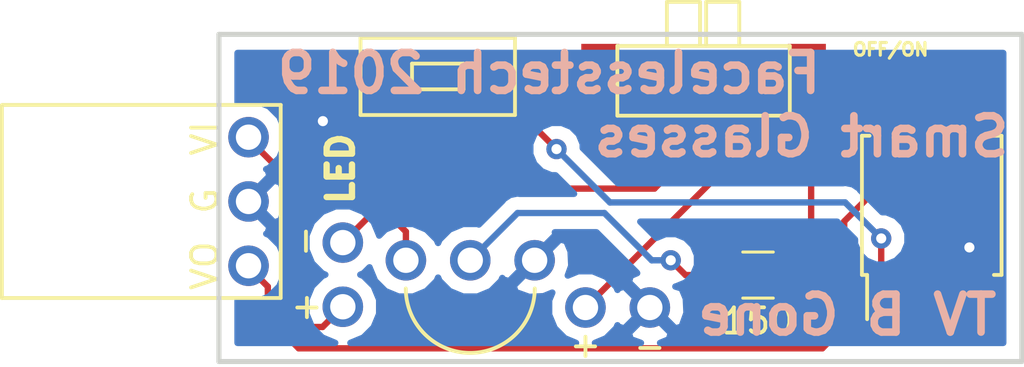
<source format=kicad_pcb>
(kicad_pcb (version 20171130) (host pcbnew 5.0.2+dfsg1-1~bpo9+1)

  (general
    (thickness 1.6)
    (drawings 9)
    (tracks 55)
    (zones 0)
    (modules 8)
    (nets 12)
  )

  (page A4)
  (layers
    (0 F.Cu signal)
    (31 B.Cu signal)
    (32 B.Adhes user)
    (33 F.Adhes user)
    (34 B.Paste user)
    (35 F.Paste user)
    (36 B.SilkS user)
    (37 F.SilkS user)
    (38 B.Mask user)
    (39 F.Mask user)
    (40 Dwgs.User user)
    (41 Cmts.User user)
    (42 Eco1.User user)
    (43 Eco2.User user)
    (44 Edge.Cuts user)
    (45 Margin user)
    (46 B.CrtYd user)
    (47 F.CrtYd user)
    (48 B.Fab user)
    (49 F.Fab user)
  )

  (setup
    (last_trace_width 0.25)
    (trace_clearance 0.2)
    (zone_clearance 0.508)
    (zone_45_only no)
    (trace_min 0.2)
    (segment_width 0.2)
    (edge_width 0.15)
    (via_size 0.8)
    (via_drill 0.4)
    (via_min_size 0.4)
    (via_min_drill 0.3)
    (uvia_size 0.3)
    (uvia_drill 0.1)
    (uvias_allowed no)
    (uvia_min_size 0.2)
    (uvia_min_drill 0.1)
    (pcb_text_width 0.3)
    (pcb_text_size 1.5 1.5)
    (mod_edge_width 0.15)
    (mod_text_size 1 1)
    (mod_text_width 0.15)
    (pad_size 1.524 1.524)
    (pad_drill 0.762)
    (pad_to_mask_clearance 0.051)
    (solder_mask_min_width 0.25)
    (aux_axis_origin 0 0)
    (visible_elements FFFFFF7F)
    (pcbplotparams
      (layerselection 0x010f0_ffffffff)
      (usegerberextensions false)
      (usegerberattributes false)
      (usegerberadvancedattributes false)
      (creategerberjobfile false)
      (excludeedgelayer true)
      (linewidth 0.100000)
      (plotframeref false)
      (viasonmask false)
      (mode 1)
      (useauxorigin false)
      (hpglpennumber 1)
      (hpglpenspeed 20)
      (hpglpendiameter 15.000000)
      (psnegative false)
      (psa4output false)
      (plotreference true)
      (plotvalue true)
      (plotinvisibletext false)
      (padsonsilk false)
      (subtractmaskfromsilk false)
      (outputformat 1)
      (mirror false)
      (drillshape 0)
      (scaleselection 1)
      (outputdirectory "gerbers/"))
  )

  (net 0 "")
  (net 1 "Net-(D1-Pad1)")
  (net 2 "Net-(U1-Pad2)")
  (net 3 "Net-(U1-Pad7)")
  (net 4 "Net-(SW1-Pad2)")
  (net 5 "Net-(SW1-Pad1)")
  (net 6 "Net-(Q1-Pad1)")
  (net 7 "Net-(Q1-Pad2)")
  (net 8 "Net-(D1-Pad2)")
  (net 9 "Net-(SW2-Pad1)")
  (net 10 "Net-(U1-Pad3)")
  (net 11 "Net-(R1-Pad1)")

  (net_class Default "This is the default net class."
    (clearance 0.2)
    (trace_width 0.25)
    (via_dia 0.8)
    (via_drill 0.4)
    (uvia_dia 0.3)
    (uvia_drill 0.1)
    (add_net "Net-(D1-Pad1)")
    (add_net "Net-(D1-Pad2)")
    (add_net "Net-(Q1-Pad1)")
    (add_net "Net-(Q1-Pad2)")
    (add_net "Net-(R1-Pad1)")
    (add_net "Net-(SW1-Pad1)")
    (add_net "Net-(SW1-Pad2)")
    (add_net "Net-(SW2-Pad1)")
    (add_net "Net-(U1-Pad2)")
    (add_net "Net-(U1-Pad3)")
    (add_net "Net-(U1-Pad7)")
  )

  (module Resistor_SMD:R_1206_3216Metric (layer F.Cu) (tedit 5D76769B) (tstamp 5D81E46A)
    (at 131.9306 81.2419 180)
    (descr "Resistor SMD 1206 (3216 Metric), square (rectangular) end terminal, IPC_7351 nominal, (Body size source: http://www.tortai-tech.com/upload/download/2011102023233369053.pdf), generated with kicad-footprint-generator")
    (tags resistor)
    (path /5CBC6652)
    (attr smd)
    (fp_text reference 150 (at 0 -1.82 180) (layer F.SilkS)
      (effects (font (size 1 1) (thickness 0.15)))
    )
    (fp_text value R (at 0 1.82 180) (layer F.Fab) hide
      (effects (font (size 1 1) (thickness 0.15)))
    )
    (fp_line (start -1.6 0.8) (end -1.6 -0.8) (layer F.Fab) (width 0.1))
    (fp_line (start -1.6 -0.8) (end 1.6 -0.8) (layer F.Fab) (width 0.1))
    (fp_line (start 1.6 -0.8) (end 1.6 0.8) (layer F.Fab) (width 0.1))
    (fp_line (start 1.6 0.8) (end -1.6 0.8) (layer F.Fab) (width 0.1))
    (fp_line (start -0.602064 -0.91) (end 0.602064 -0.91) (layer F.SilkS) (width 0.12))
    (fp_line (start -0.602064 0.91) (end 0.602064 0.91) (layer F.SilkS) (width 0.12))
    (fp_line (start -2.28 1.12) (end -2.28 -1.12) (layer F.CrtYd) (width 0.05))
    (fp_line (start -2.28 -1.12) (end 2.28 -1.12) (layer F.CrtYd) (width 0.05))
    (fp_line (start 2.28 -1.12) (end 2.28 1.12) (layer F.CrtYd) (width 0.05))
    (fp_line (start 2.28 1.12) (end -2.28 1.12) (layer F.CrtYd) (width 0.05))
    (fp_text user %R (at 0 0 180) (layer F.Fab)
      (effects (font (size 0.8 0.8) (thickness 0.12)))
    )
    (pad 1 smd roundrect (at -1.4 0 180) (size 1.25 1.75) (layers F.Cu F.Paste F.Mask) (roundrect_rratio 0.2)
      (net 11 "Net-(R1-Pad1)"))
    (pad 2 smd roundrect (at 1.4 0 180) (size 1.25 1.75) (layers F.Cu F.Paste F.Mask) (roundrect_rratio 0.2)
      (net 6 "Net-(Q1-Pad1)"))
    (model ${KISYS3DMOD}/Resistor_SMD.3dshapes/R_1206_3216Metric.wrl
      (at (xyz 0 0 0))
      (scale (xyz 1 1 1))
      (rotate (xyz 0 0 0))
    )
  )

  (module buttons_custom:tiny_smd_slide_switch_custom (layer F.Cu) (tedit 5D7676AE) (tstamp 5CC8E0BA)
    (at 132.1308 74.9427 180)
    (path /5C7452BC)
    (fp_text reference SW1 (at 2.4003 -5.08 180) (layer F.SilkS) hide
      (effects (font (size 1 1) (thickness 0.15)))
    )
    (fp_text value SW_DIP_x01 (at 2.2352 -3.2639 180) (layer F.Fab) hide
      (effects (font (size 1 1) (thickness 0.15)))
    )
    (fp_line (start -1.0541 0) (end 5.7531 0) (layer F.SilkS) (width 0.15))
    (fp_line (start 5.7531 0) (end 5.7531 2.7559) (layer F.SilkS) (width 0.15))
    (fp_line (start -1.0541 0) (end -1.0541 2.7559) (layer F.SilkS) (width 0.15))
    (fp_line (start -1.0541 2.7559) (end 5.7531 2.7559) (layer F.SilkS) (width 0.15))
    (fp_line (start 2.4892 2.7686) (end 2.4892 4.4831) (layer F.SilkS) (width 0.15))
    (fp_line (start 2.4892 4.4958) (end 3.7973 4.4958) (layer F.SilkS) (width 0.15))
    (fp_line (start 3.7973 4.4958) (end 3.7973 2.7686) (layer F.SilkS) (width 0.15))
    (fp_line (start 2.2479 2.7559) (end 2.2479 4.4958) (layer F.SilkS) (width 0.15))
    (fp_line (start 2.2479 4.4958) (end 0.9398 4.4958) (layer F.SilkS) (width 0.15))
    (fp_line (start 0.9398 4.4958) (end 0.9398 2.7559) (layer F.SilkS) (width 0.15))
    (pad 1 smd rect (at 0 -1.0033 180) (size 0.8 2) (layers F.Cu F.Paste F.Mask)
      (net 5 "Net-(SW1-Pad1)"))
    (pad 3 smd rect (at 4.7117 -1.0033 180) (size 0.8 2) (layers F.Cu F.Paste F.Mask))
    (pad 2 smd rect (at 3.0099 -1.0033 180) (size 0.8 2) (layers F.Cu F.Paste F.Mask)
      (net 4 "Net-(SW1-Pad2)"))
    (pad 4 smd rect (at 6.4389 0.3302 270) (size 0.8 1.5) (layers F.Cu F.Paste F.Mask))
    (pad 4 smd rect (at 6.4262 2.4384 270) (size 0.8 1.5) (layers F.Cu F.Paste F.Mask))
    (pad 4 smd rect (at -1.7272 0.3175 270) (size 0.8 1.5) (layers F.Cu F.Paste F.Mask))
    (pad 4 smd rect (at -1.7272 2.4384 270) (size 0.8 1.5) (layers F.Cu F.Paste F.Mask))
  )

  (module buttons_custom:SMD_2pin_button_custom (layer F.Cu) (tedit 5D76767A) (tstamp 5CC8E0C8)
    (at 119.2911 73.3933)
    (path /5CBC66E2)
    (fp_text reference SW2 (at 0 2.794) (layer F.SilkS) hide
      (effects (font (size 1 1) (thickness 0.15)))
    )
    (fp_text value SW_Push (at 0 -2.794) (layer F.Fab) hide
      (effects (font (size 1 1) (thickness 0.15)))
    )
    (fp_line (start -3.048 -1.524) (end 3.048 -1.524) (layer F.SilkS) (width 0.15))
    (fp_line (start 3.048 -1.524) (end 3.048 1.524) (layer F.SilkS) (width 0.15))
    (fp_line (start 3.048 1.524) (end -3.048 1.524) (layer F.SilkS) (width 0.15))
    (fp_line (start -3.048 1.524) (end -3.048 -1.524) (layer F.SilkS) (width 0.15))
    (fp_line (start -1.016 -0.508) (end 1.016 -0.508) (layer F.SilkS) (width 0.15))
    (fp_line (start 1.016 -0.508) (end 1.016 0.508) (layer F.SilkS) (width 0.15))
    (fp_line (start 1.016 0.508) (end -1.016 0.508) (layer F.SilkS) (width 0.15))
    (fp_line (start -1.016 0.508) (end -1.016 -0.508) (layer F.SilkS) (width 0.15))
    (pad 1 smd rect (at 3.81 0) (size 1.524 1.524) (layers F.Cu F.Paste F.Mask)
      (net 9 "Net-(SW2-Pad1)"))
    (pad 2 smd rect (at -3.81 0) (size 1.524 1.524) (layers F.Cu F.Paste F.Mask)
      (net 7 "Net-(Q1-Pad2)"))
  )

  (module Package_SO:SOIJ-8_5.3x5.3mm_P1.27mm (layer F.Cu) (tedit 5D7676CD) (tstamp 5CC8E41F)
    (at 138.7856 78.486 90)
    (descr "8-Lead Plastic Small Outline (SM) - Medium, 5.28 mm Body [SOIC] (see Microchip Packaging Specification 00000049BS.pdf)")
    (tags "SOIC 1.27")
    (path /5C742839)
    (attr smd)
    (fp_text reference U1 (at 0 -3.68 90) (layer F.SilkS) hide
      (effects (font (size 1 1) (thickness 0.15)))
    )
    (fp_text value ATtiny85-20SU (at 0 3.68 90) (layer F.Fab) hide
      (effects (font (size 1 1) (thickness 0.15)))
    )
    (fp_text user %R (at 0 0 90) (layer F.Fab) hide
      (effects (font (size 1 1) (thickness 0.15)))
    )
    (fp_line (start -1.65 -2.65) (end 2.65 -2.65) (layer F.Fab) (width 0.15))
    (fp_line (start 2.65 -2.65) (end 2.65 2.65) (layer F.Fab) (width 0.15))
    (fp_line (start 2.65 2.65) (end -2.65 2.65) (layer F.Fab) (width 0.15))
    (fp_line (start -2.65 2.65) (end -2.65 -1.65) (layer F.Fab) (width 0.15))
    (fp_line (start -2.65 -1.65) (end -1.65 -2.65) (layer F.Fab) (width 0.15))
    (fp_line (start -4.75 -2.95) (end -4.75 2.95) (layer F.CrtYd) (width 0.05))
    (fp_line (start 4.75 -2.95) (end 4.75 2.95) (layer F.CrtYd) (width 0.05))
    (fp_line (start -4.75 -2.95) (end 4.75 -2.95) (layer F.CrtYd) (width 0.05))
    (fp_line (start -4.75 2.95) (end 4.75 2.95) (layer F.CrtYd) (width 0.05))
    (fp_line (start -2.75 -2.755) (end -2.75 -2.55) (layer F.SilkS) (width 0.15))
    (fp_line (start 2.75 -2.755) (end 2.75 -2.455) (layer F.SilkS) (width 0.15))
    (fp_line (start 2.75 2.755) (end 2.75 2.455) (layer F.SilkS) (width 0.15))
    (fp_line (start -2.75 2.755) (end -2.75 2.455) (layer F.SilkS) (width 0.15))
    (fp_line (start -2.75 -2.755) (end 2.75 -2.755) (layer F.SilkS) (width 0.15))
    (fp_line (start -2.75 2.755) (end 2.75 2.755) (layer F.SilkS) (width 0.15))
    (fp_line (start -2.75 -2.55) (end -4.5 -2.55) (layer F.SilkS) (width 0.15))
    (pad 1 smd rect (at -3.65 -1.905 90) (size 1.7 0.65) (layers F.Cu F.Paste F.Mask)
      (net 9 "Net-(SW2-Pad1)"))
    (pad 2 smd rect (at -3.65 -0.635 90) (size 1.7 0.65) (layers F.Cu F.Paste F.Mask)
      (net 2 "Net-(U1-Pad2)"))
    (pad 3 smd rect (at -3.65 0.635 90) (size 1.7 0.65) (layers F.Cu F.Paste F.Mask)
      (net 10 "Net-(U1-Pad3)"))
    (pad 4 smd rect (at -3.65 1.905 90) (size 1.7 0.65) (layers F.Cu F.Paste F.Mask)
      (net 7 "Net-(Q1-Pad2)"))
    (pad 5 smd rect (at 3.65 1.905 90) (size 1.7 0.65) (layers F.Cu F.Paste F.Mask)
      (net 11 "Net-(R1-Pad1)"))
    (pad 6 smd rect (at 3.65 0.635 90) (size 1.7 0.65) (layers F.Cu F.Paste F.Mask)
      (net 11 "Net-(R1-Pad1)"))
    (pad 7 smd rect (at 3.65 -0.635 90) (size 1.7 0.65) (layers F.Cu F.Paste F.Mask)
      (net 3 "Net-(U1-Pad7)"))
    (pad 8 smd rect (at 3.65 -1.905 90) (size 1.7 0.65) (layers F.Cu F.Paste F.Mask)
      (net 8 "Net-(D1-Pad2)"))
    (model ${KISYS3DMOD}/Package_SO.3dshapes/SOIJ-8_5.3x5.3mm_P1.27mm.wrl
      (at (xyz 0 0 0))
      (scale (xyz 1 1 1))
      (rotate (xyz 0 0 0))
    )
  )

  (module battery_connector_custom:battery_connector_custom (layer F.Cu) (tedit 5D7676AA) (tstamp 5CC8E100)
    (at 126.3904 82.5246 180)
    (path /5CB227AF)
    (fp_text reference U4 (at 3.4925 0 270) (layer F.SilkS) hide
      (effects (font (size 1 1) (thickness 0.15)))
    )
    (fp_text value battery_custom (at -3.429 0 270) (layer F.Fab) hide
      (effects (font (size 1 1) (thickness 0.15)))
    )
    (fp_text user + (at 1.27 -1.4605 180) (layer F.SilkS)
      (effects (font (size 1 1) (thickness 0.15)))
    )
    (fp_text user - (at -1.27 -1.524 180) (layer F.SilkS)
      (effects (font (size 1 1) (thickness 0.15)))
    )
    (pad 1 thru_hole circle (at -1.27 0 180) (size 1.6 1.6) (drill 1) (layers *.Cu *.Mask)
      (net 7 "Net-(Q1-Pad2)"))
    (pad 2 thru_hole circle (at 1.27 0 180) (size 1.6 1.6) (drill 1) (layers *.Cu *.Mask)
      (net 5 "Net-(SW1-Pad1)"))
  )

  (module LED_custom:through_hole_led (layer F.Cu) (tedit 5D7676BE) (tstamp 5CD4B731)
    (at 115.5446 81.2292 90)
    (path /5CBC65D9)
    (fp_text reference D1 (at -0.07112 -4.66852 90) (layer F.SilkS) hide
      (effects (font (size 1 1) (thickness 0.15)))
    )
    (fp_text value LED (at 0 -3.19024 90) (layer F.Fab) hide
      (effects (font (size 1 1) (thickness 0.15)))
    )
    (fp_text user + (at -1.2954 -1.49098 90) (layer F.SilkS)
      (effects (font (size 1 1) (thickness 0.15)))
    )
    (fp_text user - (at 1.32588 -1.52908 90) (layer F.SilkS)
      (effects (font (size 1 1) (thickness 0.15)))
    )
    (pad 2 thru_hole circle (at -1.26492 0 90) (size 1.6 1.6) (drill 1) (layers *.Cu *.Mask)
      (net 8 "Net-(D1-Pad2)"))
    (pad 1 thru_hole circle (at 1.27 0 90) (size 1.6 1.6) (drill 1) (layers *.Cu *.Mask)
      (net 1 "Net-(D1-Pad1)"))
  )

  (module transistor_custom:2n2222 (layer F.Cu) (tedit 5D7676D4) (tstamp 5CE14C43)
    (at 120.5738 80.6577 180)
    (path /5CBC651D)
    (fp_text reference Q1 (at -0.02286 -5.65912 180) (layer F.SilkS) hide
      (effects (font (size 1 1) (thickness 0.15)))
    )
    (fp_text value 2N3055 (at -0.0381 -7.53364 180) (layer F.Fab) hide
      (effects (font (size 1 1) (thickness 0.15)))
    )
    (fp_arc (start 0 -1.11506) (end 2.54508 -1.11506) (angle -180) (layer F.SilkS) (width 0.15))
    (pad 1 thru_hole circle (at 0 0 180) (size 1.6 1.6) (drill 1) (layers *.Cu *.Mask)
      (net 6 "Net-(Q1-Pad1)"))
    (pad 2 thru_hole circle (at -2.54 0 180) (size 1.6 1.6) (drill 1) (layers *.Cu *.Mask)
      (net 7 "Net-(Q1-Pad2)"))
    (pad 3 thru_hole circle (at 2.54 0 180) (size 1.6 1.6) (drill 1) (layers *.Cu *.Mask)
      (net 1 "Net-(D1-Pad1)"))
  )

  (module power_bank_boards:Tiny_boost_orange (layer F.Cu) (tedit 5D768C15) (tstamp 5D8DC08C)
    (at 111.8235 78.3336 90)
    (path /5C74276D)
    (fp_text reference U2 (at 0 -12.53236 90) (layer F.SilkS) hide
      (effects (font (size 1 1) (thickness 0.15)))
    )
    (fp_text value tiny_boost_custom (at -0.0254 -11.049 90) (layer F.Fab) hide
      (effects (font (size 1 1) (thickness 0.15)))
    )
    (fp_text user VI (at 2.4892 -1.72212 90) (layer F.SilkS)
      (effects (font (size 1 1) (thickness 0.15)))
    )
    (fp_text user VO (at -2.54 -1.72212 90) (layer F.SilkS)
      (effects (font (size 1 1) (thickness 0.15)))
    )
    (fp_text user G (at 0.0254 -1.72212 90) (layer F.SilkS)
      (effects (font (size 1 1) (thickness 0.15)))
    )
    (fp_line (start -3.81508 1.27) (end -3.81508 -9.73328) (layer F.SilkS) (width 0.15))
    (fp_line (start -3.81 1.27) (end 3.81 1.27) (layer F.SilkS) (width 0.15))
    (fp_line (start 3.81508 1.27508) (end 3.81508 -9.7282) (layer F.SilkS) (width 0.15))
    (fp_line (start -3.82016 -9.73328) (end 3.79984 -9.73328) (layer F.SilkS) (width 0.15))
    (pad 1 thru_hole circle (at 2.54 0 90) (size 1.6 1.6) (drill 1) (layers *.Cu *.Mask)
      (net 4 "Net-(SW1-Pad2)"))
    (pad 2 thru_hole circle (at 0 0 90) (size 1.6 1.6) (drill 1) (layers *.Cu *.Mask)
      (net 7 "Net-(Q1-Pad2)"))
    (pad 3 thru_hole circle (at -2.54 0 90) (size 1.6 1.6) (drill 1) (layers *.Cu *.Mask)
      (net 8 "Net-(D1-Pad2)"))
  )

  (gr_text "Smart Glasses" (at 133.6421 75.7682) (layer B.SilkS)
    (effects (font (size 1.5 1.5) (thickness 0.3)) (justify mirror))
  )
  (gr_text "TV B Gone" (at 135.4455 82.8167) (layer B.SilkS)
    (effects (font (size 1.5 1.5) (thickness 0.3)) (justify mirror))
  )
  (gr_text "Facelesstech 2019" (at 123.6853 73.2663) (layer B.SilkS)
    (effects (font (size 1.5 1.5) (thickness 0.3)) (justify mirror))
  )
  (gr_line (start 110.6551 84.6582) (end 142.3416 84.6582) (layer Edge.Cuts) (width 0.2) (tstamp 5D8DC12B))
  (gr_line (start 110.6551 71.7296) (end 142.3416 71.7296) (layer Edge.Cuts) (width 0.2))
  (gr_text LED (at 115.4557 77.0382 90) (layer F.SilkS)
    (effects (font (size 1 1) (thickness 0.25)))
  )
  (gr_text OFF/ON (at 137.16 72.3265) (layer F.SilkS)
    (effects (font (size 0.5 0.5) (thickness 0.125)))
  )
  (gr_line (start 110.6551 84.6582) (end 110.6551 71.7296) (layer Edge.Cuts) (width 0.2))
  (gr_line (start 142.3416 71.7296) (end 142.3416 84.6582) (layer Edge.Cuts) (width 0.2))

  (segment (start 118.0338 79.52633) (end 117.0813 78.57383) (width 0.25) (layer F.Cu) (net 1))
  (segment (start 118.0338 80.6577) (end 118.0338 79.52633) (width 0.25) (layer F.Cu) (net 1))
  (segment (start 116.92997 78.57383) (end 115.5446 79.9592) (width 0.25) (layer F.Cu) (net 1))
  (segment (start 117.0813 78.57383) (end 116.92997 78.57383) (width 0.25) (layer F.Cu) (net 1))
  (segment (start 129.1209 76.546) (end 127.8413 77.8256) (width 0.25) (layer F.Cu) (net 4))
  (segment (start 129.1209 75.946) (end 129.1209 76.546) (width 0.25) (layer F.Cu) (net 4))
  (segment (start 113.792 77.8256) (end 111.7854 75.819) (width 0.25) (layer F.Cu) (net 4))
  (segment (start 127.8413 77.8256) (end 113.792 77.8256) (width 0.25) (layer F.Cu) (net 4))
  (segment (start 131.699 75.946) (end 132.1308 75.946) (width 0.25) (layer F.Cu) (net 5))
  (segment (start 125.1204 82.5246) (end 131.699 75.946) (width 0.25) (layer F.Cu) (net 5))
  (via (at 128.4859 80.6577) (size 0.8) (drill 0.4) (layers F.Cu B.Cu) (net 6))
  (segment (start 129.0701 81.2419) (end 128.4859 80.6577) (width 0.25) (layer F.Cu) (net 6))
  (segment (start 130.5306 81.2419) (end 129.0701 81.2419) (width 0.25) (layer F.Cu) (net 6))
  (segment (start 127.73519 80.6577) (end 125.86829 78.7908) (width 0.25) (layer B.Cu) (net 6))
  (segment (start 128.4859 80.6577) (end 127.73519 80.6577) (width 0.25) (layer B.Cu) (net 6))
  (segment (start 122.4407 78.7908) (end 120.5738 80.6577) (width 0.25) (layer B.Cu) (net 6))
  (segment (start 125.86829 78.7908) (end 122.4407 78.7908) (width 0.25) (layer B.Cu) (net 6))
  (via (at 114.7572 75.1586) (size 0.8) (drill 0.4) (layers F.Cu B.Cu) (net 7))
  (segment (start 115.4811 74.4347) (end 114.7572 75.1586) (width 0.25) (layer F.Cu) (net 7))
  (segment (start 115.4811 73.3933) (end 115.4811 74.4347) (width 0.25) (layer F.Cu) (net 7))
  (via (at 140.2715 80.1497) (size 0.8) (drill 0.4) (layers F.Cu B.Cu) (net 7))
  (segment (start 140.6906 80.5688) (end 140.2715 80.1497) (width 0.25) (layer F.Cu) (net 7))
  (segment (start 140.6906 82.136) (end 140.6906 80.5688) (width 0.25) (layer F.Cu) (net 7))
  (segment (start 112.585399 81.698999) (end 112.585399 82.918199) (width 0.25) (layer F.Cu) (net 8))
  (segment (start 111.7854 80.899) (end 112.585399 81.698999) (width 0.25) (layer F.Cu) (net 8))
  (segment (start 113.8047 84.1375) (end 134.4676 84.1375) (width 0.25) (layer F.Cu) (net 8))
  (segment (start 134.4676 84.1375) (end 135.3312 83.2739) (width 0.25) (layer F.Cu) (net 8))
  (segment (start 135.3312 83.2739) (end 135.3312 79.121) (width 0.25) (layer F.Cu) (net 8))
  (segment (start 136.8806 77.5716) (end 136.8806 74.836) (width 0.25) (layer F.Cu) (net 8))
  (segment (start 135.3312 79.121) (end 136.8806 77.5716) (width 0.25) (layer F.Cu) (net 8))
  (segment (start 114.744601 83.294119) (end 113.403481 83.294119) (width 0.25) (layer F.Cu) (net 8))
  (segment (start 115.5446 82.49412) (end 114.744601 83.294119) (width 0.25) (layer F.Cu) (net 8))
  (segment (start 112.585399 82.918199) (end 113.1824 83.5152) (width 0.25) (layer F.Cu) (net 8))
  (segment (start 113.403481 83.294119) (end 113.1824 83.5152) (width 0.25) (layer F.Cu) (net 8))
  (segment (start 113.1824 83.5152) (end 113.8047 84.1375) (width 0.25) (layer F.Cu) (net 8))
  (via (at 123.9774 76.2635) (size 0.8) (drill 0.4) (layers F.Cu B.Cu) (net 9))
  (segment (start 123.1011 75.3872) (end 123.9774 76.2635) (width 0.25) (layer F.Cu) (net 9))
  (segment (start 123.1011 73.3933) (end 123.1011 75.3872) (width 0.25) (layer F.Cu) (net 9))
  (segment (start 123.9774 76.2635) (end 126.0856 78.3717) (width 0.25) (layer B.Cu) (net 9))
  (via (at 136.7917 79.7941) (size 0.8) (drill 0.4) (layers F.Cu B.Cu) (net 9))
  (segment (start 135.3693 78.3717) (end 136.7917 79.7941) (width 0.25) (layer B.Cu) (net 9))
  (segment (start 126.0856 78.3717) (end 135.3693 78.3717) (width 0.25) (layer B.Cu) (net 9))
  (segment (start 136.7917 82.0471) (end 136.8806 82.136) (width 0.25) (layer F.Cu) (net 9))
  (segment (start 136.7917 79.7941) (end 136.7917 82.0471) (width 0.25) (layer F.Cu) (net 9))
  (segment (start 139.4206 73.5457) (end 139.4206 74.836) (width 0.25) (layer F.Cu) (net 11))
  (segment (start 138.6586 72.7837) (end 139.4206 73.5457) (width 0.25) (layer F.Cu) (net 11))
  (segment (start 136.6901 72.7837) (end 138.6586 72.7837) (width 0.25) (layer F.Cu) (net 11))
  (segment (start 135.763 73.7108) (end 136.6901 72.7837) (width 0.25) (layer F.Cu) (net 11))
  (segment (start 133.3306 81.2419) (end 134.02631 80.54619) (width 0.25) (layer F.Cu) (net 11))
  (segment (start 134.02631 76.59049) (end 135.763 74.8538) (width 0.25) (layer F.Cu) (net 11))
  (segment (start 134.02631 80.54619) (end 134.02631 76.59049) (width 0.25) (layer F.Cu) (net 11))
  (segment (start 135.763 74.8538) (end 135.763 73.7108) (width 0.25) (layer F.Cu) (net 11))
  (segment (start 140.6906 73.736) (end 139.7383 72.7837) (width 0.25) (layer F.Cu) (net 11))
  (segment (start 139.7383 72.7837) (end 138.6586 72.7837) (width 0.25) (layer F.Cu) (net 11))
  (segment (start 140.6906 74.836) (end 140.6906 73.736) (width 0.25) (layer F.Cu) (net 11))

  (zone (net 7) (net_name "Net-(Q1-Pad2)") (layer B.Cu) (tstamp 5D8DC1C7) (hatch edge 0.508)
    (connect_pads (clearance 0.508))
    (min_thickness 0.254)
    (fill yes (arc_segments 16) (thermal_gap 0.508) (thermal_bridge_width 0.508))
    (polygon
      (pts
        (xy 110.7313 71.8312) (xy 142.1257 71.8439) (xy 142.1257 84.5947) (xy 110.7313 84.5947)
      )
    )
    (filled_polygon
      (pts
        (xy 141.606601 83.9232) (xy 128.064982 83.9232) (xy 128.414405 83.778464) (xy 128.488539 83.532345) (xy 127.6604 82.704205)
        (xy 126.832261 83.532345) (xy 126.906395 83.778464) (xy 127.309066 83.9232) (xy 125.493716 83.9232) (xy 125.933262 83.741134)
        (xy 126.336934 83.337462) (xy 126.383925 83.224017) (xy 126.406536 83.278605) (xy 126.652655 83.352739) (xy 127.480795 82.5246)
        (xy 126.652655 81.696461) (xy 126.406536 81.770595) (xy 126.385526 81.829048) (xy 126.336934 81.711738) (xy 125.933262 81.308066)
        (xy 125.405839 81.0896) (xy 124.834961 81.0896) (xy 124.42195 81.260675) (xy 124.560765 80.874477) (xy 124.533578 80.304246)
        (xy 124.367664 79.903695) (xy 124.121545 79.829561) (xy 123.293405 80.6577) (xy 123.307548 80.671842) (xy 123.127942 80.851448)
        (xy 123.1138 80.837305) (xy 122.285661 81.665445) (xy 122.359795 81.911564) (xy 122.897023 82.104665) (xy 123.467254 82.077478)
        (xy 123.811421 81.934919) (xy 123.6854 82.239161) (xy 123.6854 82.810039) (xy 123.903866 83.337462) (xy 124.307538 83.741134)
        (xy 124.747084 83.9232) (xy 115.844331 83.9232) (xy 116.357462 83.710654) (xy 116.761134 83.306982) (xy 116.9796 82.779559)
        (xy 116.9796 82.208681) (xy 116.761134 81.681258) (xy 116.357462 81.277586) (xy 116.234516 81.22666) (xy 116.357462 81.175734)
        (xy 116.5988 80.934396) (xy 116.5988 80.943139) (xy 116.817266 81.470562) (xy 117.220938 81.874234) (xy 117.748361 82.0927)
        (xy 118.319239 82.0927) (xy 118.846662 81.874234) (xy 119.250334 81.470562) (xy 119.3038 81.341484) (xy 119.357266 81.470562)
        (xy 119.760938 81.874234) (xy 120.288361 82.0927) (xy 120.859239 82.0927) (xy 121.386662 81.874234) (xy 121.790334 81.470562)
        (xy 121.837325 81.357117) (xy 121.859936 81.411705) (xy 122.106055 81.485839) (xy 122.934195 80.6577) (xy 122.920052 80.643558)
        (xy 123.099658 80.463952) (xy 123.1138 80.478095) (xy 123.941939 79.649955) (xy 123.912072 79.5508) (xy 125.553489 79.5508)
        (xy 127.144863 81.142176) (xy 127.16045 81.165503) (xy 126.906395 81.270736) (xy 126.832261 81.516855) (xy 127.6604 82.344995)
        (xy 127.674542 82.330852) (xy 127.854148 82.510458) (xy 127.840005 82.5246) (xy 128.668145 83.352739) (xy 128.914264 83.278605)
        (xy 129.107365 82.741377) (xy 129.080178 82.171146) (xy 128.914264 81.770595) (xy 128.668147 81.696461) (xy 128.671908 81.6927)
        (xy 128.691774 81.6927) (xy 129.07218 81.535131) (xy 129.363331 81.24398) (xy 129.5209 80.863574) (xy 129.5209 80.451826)
        (xy 129.363331 80.07142) (xy 129.07218 79.780269) (xy 128.691774 79.6227) (xy 128.280026 79.6227) (xy 127.922913 79.770621)
        (xy 127.283992 79.1317) (xy 135.054499 79.1317) (xy 135.7567 79.833902) (xy 135.7567 79.999974) (xy 135.914269 80.38038)
        (xy 136.20542 80.671531) (xy 136.585826 80.8291) (xy 136.997574 80.8291) (xy 137.37798 80.671531) (xy 137.669131 80.38038)
        (xy 137.8267 79.999974) (xy 137.8267 79.588226) (xy 137.669131 79.20782) (xy 137.37798 78.916669) (xy 136.997574 78.7591)
        (xy 136.831502 78.7591) (xy 135.959631 77.88723) (xy 135.917229 77.823771) (xy 135.665837 77.655796) (xy 135.444152 77.6117)
        (xy 135.444147 77.6117) (xy 135.3693 77.596812) (xy 135.294453 77.6117) (xy 126.400402 77.6117) (xy 125.0124 76.223699)
        (xy 125.0124 76.057626) (xy 124.854831 75.67722) (xy 124.56368 75.386069) (xy 124.183274 75.2285) (xy 123.771526 75.2285)
        (xy 123.39112 75.386069) (xy 123.099969 75.67722) (xy 122.9424 76.057626) (xy 122.9424 76.469374) (xy 123.099969 76.84978)
        (xy 123.39112 77.140931) (xy 123.771526 77.2985) (xy 123.937599 77.2985) (xy 124.669898 78.0308) (xy 122.515546 78.0308)
        (xy 122.440699 78.015912) (xy 122.365852 78.0308) (xy 122.365848 78.0308) (xy 122.144163 78.074896) (xy 122.081602 78.116698)
        (xy 121.956226 78.200471) (xy 121.956224 78.200473) (xy 121.892771 78.242871) (xy 121.850373 78.306324) (xy 120.912102 79.244596)
        (xy 120.859239 79.2227) (xy 120.288361 79.2227) (xy 119.760938 79.441166) (xy 119.357266 79.844838) (xy 119.3038 79.973916)
        (xy 119.250334 79.844838) (xy 118.846662 79.441166) (xy 118.319239 79.2227) (xy 117.748361 79.2227) (xy 117.220938 79.441166)
        (xy 116.9796 79.682504) (xy 116.9796 79.673761) (xy 116.761134 79.146338) (xy 116.357462 78.742666) (xy 115.830039 78.5242)
        (xy 115.259161 78.5242) (xy 114.731738 78.742666) (xy 114.328066 79.146338) (xy 114.1096 79.673761) (xy 114.1096 80.244639)
        (xy 114.328066 80.772062) (xy 114.731738 81.175734) (xy 114.854684 81.22666) (xy 114.731738 81.277586) (xy 114.328066 81.681258)
        (xy 114.1096 82.208681) (xy 114.1096 82.779559) (xy 114.328066 83.306982) (xy 114.731738 83.710654) (xy 115.244869 83.9232)
        (xy 111.3901 83.9232) (xy 111.3901 82.247312) (xy 111.538061 82.3086) (xy 112.108939 82.3086) (xy 112.636362 82.090134)
        (xy 113.040034 81.686462) (xy 113.2585 81.159039) (xy 113.2585 80.588161) (xy 113.040034 80.060738) (xy 112.636362 79.657066)
        (xy 112.522917 79.610075) (xy 112.577505 79.587464) (xy 112.651639 79.341345) (xy 111.8235 78.513205) (xy 111.809358 78.527348)
        (xy 111.629753 78.347743) (xy 111.643895 78.3336) (xy 112.003105 78.3336) (xy 112.831245 79.161739) (xy 113.077364 79.087605)
        (xy 113.270465 78.550377) (xy 113.243278 77.980146) (xy 113.077364 77.579595) (xy 112.831245 77.505461) (xy 112.003105 78.3336)
        (xy 111.643895 78.3336) (xy 111.629753 78.319458) (xy 111.809358 78.139852) (xy 111.8235 78.153995) (xy 112.651639 77.325855)
        (xy 112.577505 77.079736) (xy 112.519052 77.058726) (xy 112.636362 77.010134) (xy 113.040034 76.606462) (xy 113.2585 76.079039)
        (xy 113.2585 75.508161) (xy 113.040034 74.980738) (xy 112.636362 74.577066) (xy 112.108939 74.3586) (xy 111.538061 74.3586)
        (xy 111.3901 74.419888) (xy 111.3901 72.4646) (xy 141.6066 72.4646)
      )
    )
  )
)

</source>
